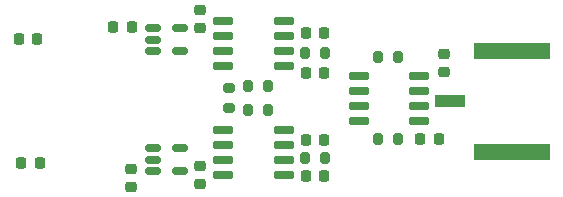
<source format=gbr>
%TF.GenerationSoftware,KiCad,Pcbnew,8.0.1*%
%TF.CreationDate,2024-10-18T10:30:41+02:00*%
%TF.ProjectId,Curmea,4375726d-6561-42e6-9b69-6361645f7063,rev?*%
%TF.SameCoordinates,Original*%
%TF.FileFunction,Paste,Top*%
%TF.FilePolarity,Positive*%
%FSLAX46Y46*%
G04 Gerber Fmt 4.6, Leading zero omitted, Abs format (unit mm)*
G04 Created by KiCad (PCBNEW 8.0.1) date 2024-10-18 10:30:41*
%MOMM*%
%LPD*%
G01*
G04 APERTURE LIST*
G04 Aperture macros list*
%AMRoundRect*
0 Rectangle with rounded corners*
0 $1 Rounding radius*
0 $2 $3 $4 $5 $6 $7 $8 $9 X,Y pos of 4 corners*
0 Add a 4 corners polygon primitive as box body*
4,1,4,$2,$3,$4,$5,$6,$7,$8,$9,$2,$3,0*
0 Add four circle primitives for the rounded corners*
1,1,$1+$1,$2,$3*
1,1,$1+$1,$4,$5*
1,1,$1+$1,$6,$7*
1,1,$1+$1,$8,$9*
0 Add four rect primitives between the rounded corners*
20,1,$1+$1,$2,$3,$4,$5,0*
20,1,$1+$1,$4,$5,$6,$7,0*
20,1,$1+$1,$6,$7,$8,$9,0*
20,1,$1+$1,$8,$9,$2,$3,0*%
G04 Aperture macros list end*
%ADD10RoundRect,0.150000X-0.512500X-0.150000X0.512500X-0.150000X0.512500X0.150000X-0.512500X0.150000X0*%
%ADD11RoundRect,0.200000X-0.275000X0.200000X-0.275000X-0.200000X0.275000X-0.200000X0.275000X0.200000X0*%
%ADD12RoundRect,0.225000X0.250000X-0.225000X0.250000X0.225000X-0.250000X0.225000X-0.250000X-0.225000X0*%
%ADD13RoundRect,0.200000X-0.200000X-0.275000X0.200000X-0.275000X0.200000X0.275000X-0.200000X0.275000X0*%
%ADD14RoundRect,0.200000X0.200000X0.275000X-0.200000X0.275000X-0.200000X-0.275000X0.200000X-0.275000X0*%
%ADD15RoundRect,0.225000X-0.250000X0.225000X-0.250000X-0.225000X0.250000X-0.225000X0.250000X0.225000X0*%
%ADD16RoundRect,0.150000X-0.725000X-0.150000X0.725000X-0.150000X0.725000X0.150000X-0.725000X0.150000X0*%
%ADD17RoundRect,0.225000X0.225000X0.250000X-0.225000X0.250000X-0.225000X-0.250000X0.225000X-0.250000X0*%
%ADD18R,2.500000X1.000000*%
%ADD19R,6.400000X1.440000*%
%ADD20RoundRect,0.218750X0.218750X0.256250X-0.218750X0.256250X-0.218750X-0.256250X0.218750X-0.256250X0*%
%ADD21RoundRect,0.225000X-0.225000X-0.250000X0.225000X-0.250000X0.225000X0.250000X-0.225000X0.250000X0*%
%ADD22RoundRect,0.218750X-0.218750X-0.256250X0.218750X-0.256250X0.218750X0.256250X-0.218750X0.256250X0*%
G04 APERTURE END LIST*
D10*
%TO.C,U6*%
X128062500Y-82750000D03*
X128062500Y-83700000D03*
X128062500Y-84650000D03*
X130337500Y-84650000D03*
X130337500Y-82750000D03*
%TD*%
D11*
%TO.C,R1*%
X134500000Y-77675000D03*
X134500000Y-79325000D03*
%TD*%
D12*
%TO.C,C5*%
X152750000Y-76275000D03*
X152750000Y-74725000D03*
%TD*%
D13*
%TO.C,R2*%
X136175000Y-79500000D03*
X137825000Y-79500000D03*
%TD*%
D14*
%TO.C,R5*%
X142647871Y-74676175D03*
X140997871Y-74676175D03*
%TD*%
%TO.C,R3*%
X137825000Y-77500000D03*
X136175000Y-77500000D03*
%TD*%
D15*
%TO.C,C10*%
X126250000Y-84475000D03*
X126250000Y-86025000D03*
%TD*%
D16*
%TO.C,U3*%
X145500000Y-76595000D03*
X145500000Y-77865000D03*
X145500000Y-79135000D03*
X145500000Y-80405000D03*
X150650000Y-80405000D03*
X150650000Y-79135000D03*
X150650000Y-77865000D03*
X150650000Y-76595000D03*
%TD*%
D13*
%TO.C,R4*%
X140997184Y-83568246D03*
X142647184Y-83568246D03*
%TD*%
D17*
%TO.C,C1*%
X142575000Y-73000000D03*
X141025000Y-73000000D03*
%TD*%
D16*
%TO.C,U2*%
X134000000Y-72000000D03*
X134000000Y-73270000D03*
X134000000Y-74540000D03*
X134000000Y-75810000D03*
X139150000Y-75810000D03*
X139150000Y-74540000D03*
X139150000Y-73270000D03*
X139150000Y-72000000D03*
%TD*%
D13*
%TO.C,R6*%
X147175000Y-75000000D03*
X148825000Y-75000000D03*
%TD*%
D17*
%TO.C,C4*%
X142597184Y-82068246D03*
X141047184Y-82068246D03*
%TD*%
D18*
%TO.C,J1*%
X153250000Y-78780000D03*
D19*
X158500000Y-83060000D03*
X158500000Y-74500000D03*
%TD*%
D20*
%TO.C,D2*%
X118287500Y-73500000D03*
X116712500Y-73500000D03*
%TD*%
D21*
%TO.C,C6*%
X150725000Y-82000000D03*
X152275000Y-82000000D03*
%TD*%
D10*
%TO.C,U7*%
X128125000Y-72600000D03*
X128125000Y-73550000D03*
X128125000Y-74500000D03*
X130400000Y-74500000D03*
X130400000Y-72600000D03*
%TD*%
D17*
%TO.C,C3*%
X142597184Y-85068246D03*
X141047184Y-85068246D03*
%TD*%
D16*
%TO.C,U1*%
X134000000Y-81190000D03*
X134000000Y-82460000D03*
X134000000Y-83730000D03*
X134000000Y-85000000D03*
X139150000Y-85000000D03*
X139150000Y-83730000D03*
X139150000Y-82460000D03*
X139150000Y-81190000D03*
%TD*%
D17*
%TO.C,C2*%
X142575000Y-76400000D03*
X141025000Y-76400000D03*
%TD*%
D15*
%TO.C,C7*%
X132100000Y-84225000D03*
X132100000Y-85775000D03*
%TD*%
D22*
%TO.C,D1*%
X116925000Y-84000000D03*
X118500000Y-84000000D03*
%TD*%
D13*
%TO.C,R7*%
X147175000Y-82000000D03*
X148825000Y-82000000D03*
%TD*%
D15*
%TO.C,C8*%
X132100000Y-71025000D03*
X132100000Y-72575000D03*
%TD*%
D21*
%TO.C,C9*%
X124725000Y-72500000D03*
X126275000Y-72500000D03*
%TD*%
M02*

</source>
